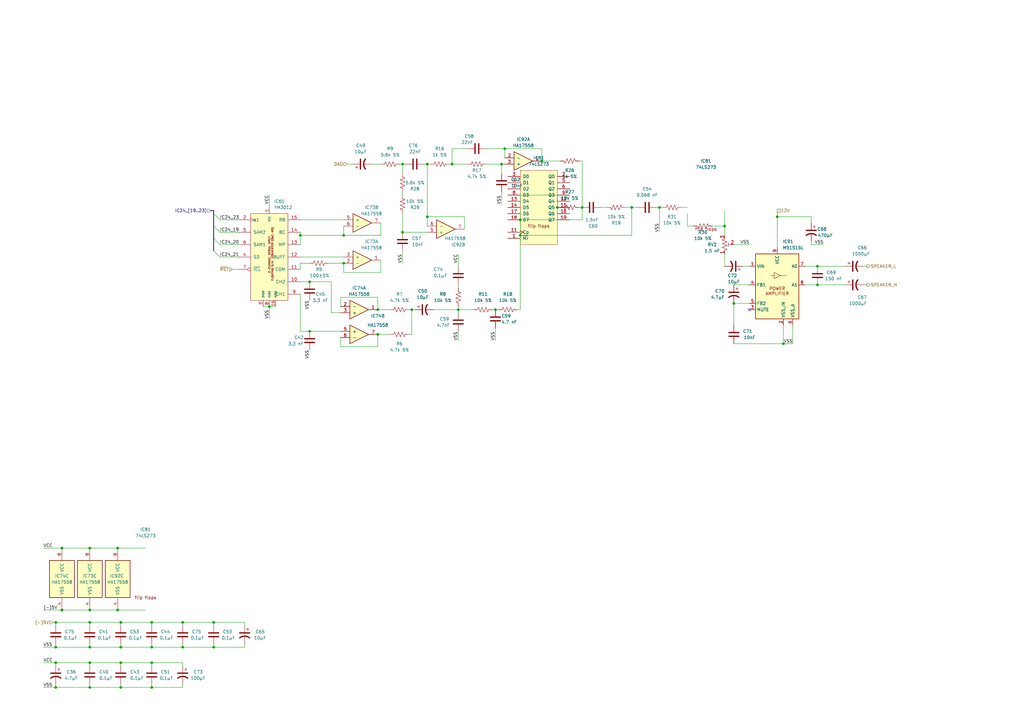
<source format=kicad_sch>
(kicad_sch (version 20231120) (generator "eeschema") (generator_version "8.0")
  (paper "A3")
  (lib_symbols
    (symbol "Device:C" (pin_numbers hide) (pin_names (offset 0.254))
      (property "Reference" "C" (at 0.635 2.54 0))
      (property "Value" "C" (at 0.635 -2.54 0))
      (symbol "C_0_1"
        (polyline (pts (xy -2.032 -0.762) (xy 2.032 -0.762)) (stroke (width 0.508)))
        (polyline (pts (xy -2.032 0.762) (xy 2.032 0.762)) (stroke (width 0.508)))
      )
      (symbol "C_1_1"
        (pin passive line (at 0 3.81 270) (length 2.794) (name "~") (number "1"))
        (pin passive line (at 0 -3.81 90) (length 2.794) (name "~") (number "2"))
      )
    )
    (symbol "Device:C_Polarized_US" (pin_numbers hide) (pin_names (offset 0.254) hide)
      (property "Reference" "C" (at 0.635 2.54 0))
      (property "Value" "C_Polarized_US" (at 0.635 -2.54 0))
      (symbol "C_Polarized_US_0_1"
        (polyline (pts (xy -2.032 0.762) (xy 2.032 0.762)) (stroke (width 0.508)))
        (polyline (pts (xy -1.778 2.286) (xy -0.762 2.286)))
        (polyline (pts (xy -1.27 1.778) (xy -1.27 2.794)))
        (arc (start 2.032 -1.27) (mid 0 -0.5572) (end -2.032 -1.27) (stroke (width 0.508)))
      )
      (symbol "C_Polarized_US_1_1"
        (pin passive line (at 0 3.81 270) (length 2.794) (name "~") (number "1"))
        (pin passive line (at 0 -3.81 90) (length 3.302) (name "~") (number "2"))
      )
    )
    (symbol "Device:R_Potentiometer_Trim_US" (pin_names (offset 1.016) hide)
      (property "Reference" "RV" (at -4.445 0 90))
      (property "Value" "R_Potentiometer_Trim_US" (at -2.54 0 90))
      (symbol "R_Potentiometer_Trim_US_0_1"
        (polyline (pts (xy 0 -2.286) (xy 0 -2.54)))
        (polyline (pts (xy 0 2.286) (xy 0 2.54)))
        (polyline (pts (xy 1.524 0.762) (xy 1.524 -0.762)))
        (polyline (pts (xy 2.54 0) (xy 1.524 0)))
        (polyline (pts (xy 0 -0.762) (xy 1.016 -1.143) (xy 0 -1.524) (xy -1.016 -1.905) (xy 0 -2.286)))
        (polyline (pts (xy 0 0.762) (xy 1.016 0.381) (xy 0 0) (xy -1.016 -0.381) (xy 0 -0.762)))
        (polyline (pts (xy 0 2.286) (xy 1.016 1.905) (xy 0 1.524) (xy -1.016 1.143) (xy 0 0.762)))
      )
      (symbol "R_Potentiometer_Trim_US_1_1"
        (pin passive line (at 0 3.81 270) (length 1.27) (name "1") (number "1"))
        (pin passive line (at 3.81 0 180) (length 1.27) (name "2") (number "2"))
        (pin passive line (at 0 -3.81 90) (length 1.27) (name "3") (number "3"))
      )
    )
    (symbol "Device:R_US" (pin_numbers hide) (pin_names (offset 0))
      (property "Reference" "R" (at 2.54 0 90))
      (property "Value" "R_US" (at -2.54 0 90))
      (symbol "R_US_0_1"
        (polyline (pts (xy 0 -2.286) (xy 0 -2.54)))
        (polyline (pts (xy 0 2.286) (xy 0 2.54)))
        (polyline (pts (xy 0 -0.762) (xy 1.016 -1.143) (xy 0 -1.524) (xy -1.016 -1.905) (xy 0 -2.286)))
        (polyline (pts (xy 0 0.762) (xy 1.016 0.381) (xy 0 0) (xy -1.016 -0.381) (xy 0 -0.762)))
        (polyline (pts (xy 0 2.286) (xy 1.016 1.905) (xy 0 1.524) (xy -1.016 1.143) (xy 0 0.762)))
      )
      (symbol "R_US_1_1"
        (pin passive line (at 0 3.81 270) (length 1.27) (name "~") (number "1"))
        (pin passive line (at 0 -3.81 90) (length 1.27) (name "~") (number "2"))
      )
    )
    (symbol "HA17558_1" (pin_names (offset 1.016))
      (property "Reference" "IC81" (at 0 20.32 0))
      (property "Value" "74LS273" (at 0 17.78 0))
      (symbol "HA17558_1_0_0"
        (text "flip flops" (at 0 -7.62 0) (effects (font (size 1.27 1.27))))
      )
      (symbol "HA17558_1_1_0"
        (pin input line (at -12.7 -12.7 0) (length 5.08) (name "~{Mr}") (number "1"))
        (pin input clock (at -12.7 -10.16 0) (length 5.08) (name "Cp") (number "11"))
        (pin output line (at 12.7 2.54 180) (length 5.08) (name "Q4") (number "12"))
        (pin input line (at -12.7 2.54 0) (length 5.08) (name "D4") (number "13"))
        (pin input line (at -12.7 0 0) (length 5.08) (name "D5") (number "14"))
        (pin output line (at 12.7 0 180) (length 5.08) (name "Q5") (number "15"))
        (pin output line (at 12.7 -2.54 180) (length 5.08) (name "Q6") (number "16"))
        (pin input line (at -12.7 -2.54 0) (length 5.08) (name "D6") (number "17"))
        (pin input line (at -12.7 -5.08 0) (length 5.08) (name "D7") (number "18"))
        (pin output line (at 12.7 -5.08 180) (length 5.08) (name "Q7") (number "19"))
        (pin output line (at 12.7 12.7 180) (length 5.08) (name "Q0") (number "2"))
        (pin input line (at -12.7 12.7 0) (length 5.08) (name "D0") (number "3"))
        (pin input line (at -12.7 10.16 0) (length 5.08) (name "D1") (number "4"))
        (pin output line (at 12.7 10.16 180) (length 5.08) (name "Q1") (number "5"))
        (pin output line (at 12.7 7.62 180) (length 5.08) (name "Q2") (number "6"))
        (pin input line (at -12.7 7.62 0) (length 5.08) (name "D2") (number "7"))
        (pin input line (at -12.7 5.08 0) (length 5.08) (name "D3") (number "8"))
        (pin output line (at 12.7 5.08 180) (length 5.08) (name "Q3") (number "9"))
      )
      (symbol "HA17558_1_1_1"
        (rectangle (start -7.62 15.24) (end 7.62 -15.24) (stroke (width 0.127)) (fill (type background)))
      )
    )
    (symbol "HA17558_2" (pin_names (offset 1.016))
      (property "Reference" "IC81" (at 0 20.32 0))
      (property "Value" "74LS273" (at 0 17.78 0))
      (symbol "HA17558_2_0_0"
        (text "flip flops" (at 0 -7.62 0) (effects (font (size 1.27 1.27))))
      )
      (symbol "HA17558_2_1_0"
        (pin input line (at -12.7 -12.7 0) (length 5.08) (name "~{Mr}") (number "1"))
        (pin input clock (at -12.7 -10.16 0) (length 5.08) (name "Cp") (number "11"))
        (pin output line (at 12.7 2.54 180) (length 5.08) (name "Q4") (number "12"))
        (pin input line (at -12.7 2.54 0) (length 5.08) (name "D4") (number "13"))
        (pin input line (at -12.7 0 0) (length 5.08) (name "D5") (number "14"))
        (pin output line (at 12.7 0 180) (length 5.08) (name "Q5") (number "15"))
        (pin output line (at 12.7 -2.54 180) (length 5.08) (name "Q6") (number "16"))
        (pin input line (at -12.7 -2.54 0) (length 5.08) (name "D6") (number "17"))
        (pin input line (at -12.7 -5.08 0) (length 5.08) (name "D7") (number "18"))
        (pin output line (at 12.7 -5.08 180) (length 5.08) (name "Q7") (number "19"))
        (pin output line (at 12.7 12.7 180) (length 5.08) (name "Q0") (number "2"))
        (pin input line (at -12.7 12.7 0) (length 5.08) (name "D0") (number "3"))
        (pin input line (at -12.7 10.16 0) (length 5.08) (name "D1") (number "4"))
        (pin output line (at 12.7 10.16 180) (length 5.08) (name "Q1") (number "5"))
        (pin output line (at 12.7 7.62 180) (length 5.08) (name "Q2") (number "6"))
        (pin input line (at -12.7 7.62 0) (length 5.08) (name "D2") (number "7"))
        (pin input line (at -12.7 5.08 0) (length 5.08) (name "D3") (number "8"))
        (pin output line (at 12.7 5.08 180) (length 5.08) (name "Q3") (number "9"))
      )
      (symbol "HA17558_2_1_1"
        (rectangle (start -7.62 15.24) (end 7.62 -15.24) (stroke (width 0.127)) (fill (type background)))
      )
    )
    (symbol "HA17558_3" (pin_names (offset 1.016))
      (property "Reference" "IC81" (at 0 20.32 0))
      (property "Value" "74LS273" (at 0 17.78 0))
      (symbol "HA17558_3_0_0"
        (text "flip flops" (at 0 -7.62 0) (effects (font (size 1.27 1.27))))
      )
      (symbol "HA17558_3_1_0"
        (pin input line (at -12.7 -12.7 0) (length 5.08) (name "~{Mr}") (number "1"))
        (pin input clock (at -12.7 -10.16 0) (length 5.08) (name "Cp") (number "11"))
        (pin output line (at 12.7 2.54 180) (length 5.08) (name "Q4") (number "12"))
        (pin input line (at -12.7 2.54 0) (length 5.08) (name "D4") (number "13"))
        (pin input line (at -12.7 0 0) (length 5.08) (name "D5") (number "14"))
        (pin output line (at 12.7 0 180) (length 5.08) (name "Q5") (number "15"))
        (pin output line (at 12.7 -2.54 180) (length 5.08) (name "Q6") (number "16"))
        (pin input line (at -12.7 -2.54 0) (length 5.08) (name "D6") (number "17"))
        (pin input line (at -12.7 -5.08 0) (length 5.08) (name "D7") (number "18"))
        (pin output line (at 12.7 -5.08 180) (length 5.08) (name "Q7") (number "19"))
        (pin output line (at 12.7 12.7 180) (length 5.08) (name "Q0") (number "2"))
        (pin input line (at -12.7 12.7 0) (length 5.08) (name "D0") (number "3"))
        (pin input line (at -12.7 10.16 0) (length 5.08) (name "D1") (number "4"))
        (pin output line (at 12.7 10.16 180) (length 5.08) (name "Q1") (number "5"))
        (pin output line (at 12.7 7.62 180) (length 5.08) (name "Q2") (number "6"))
        (pin input line (at -12.7 7.62 0) (length 5.08) (name "D2") (number "7"))
        (pin input line (at -12.7 5.08 0) (length 5.08) (name "D3") (number "8"))
        (pin output line (at 12.7 5.08 180) (length 5.08) (name "Q3") (number "9"))
      )
      (symbol "HA17558_3_1_1"
        (rectangle (start -7.62 15.24) (end 7.62 -15.24) (stroke (width 0.127)) (fill (type background)))
      )
    )
    (symbol "M51516L_1"
      (property "Reference" "IC91" (at 2.1941 17.78 0))
      (property "Value" "M51516L" (at 2.1941 15.24 0))
      (symbol "M51516L_1_0_1"
        (rectangle (start -8.89 12.7) (end 8.89 -13.97) (stroke (width 0.254)) (fill (type background)))
        (polyline (pts (xy -2.54 3.81) (xy -1.27 3.81)))
        (polyline (pts (xy 3.81 3.81) (xy 1.27 3.81)))
        (polyline (pts (xy -1.27 5.08) (xy -1.27 2.54) (xy 1.27 3.81) (xy -1.27 5.08)))
      )
      (symbol "M51516L_1_1_1"
        (text "POWER\nAMPLIFIER" (at 0 -2.54 0) (effects (font (size 1.27 1.27))))
        (pin input line (at -11.43 7.62 0) (length 2.54) (name "VIN") (number "1"))
        (pin power_in line (at 2.54 -16.51 90) (length 2.54) (name "VSS_IN") (number "2"))
        (pin input line (at -11.43 -10.16 0) (length 2.54) (name "MUTE") (number "3"))
        (pin input line (at -11.43 0 0) (length 2.54) (name "FB1") (number "4"))
        (pin input line (at -11.43 -7.62 0) (length 2.54) (name "FB2") (number "5"))
        (pin power_in line (at 6.35 -16.51 90) (length 2.54) (name "VSS_A") (number "6"))
        (pin output line (at 11.43 7.62 180) (length 2.54) (name "A0") (number "7"))
        (pin output line (at 11.43 0 180) (length 2.54) (name "A1") (number "8"))
        (pin power_in line (at 0 15.24 270) (length 2.54) (name "VCC") (number "9"))
      )
    )
    (symbol "jt74:HA17558" (pin_names (offset 1.016))
      (property "Reference" "U" (at 5.334 12.192 0))
      (property "Value" "HA17558" (at 5.842 10.16 0))
      (symbol "HA17558_1_0"
        (polyline (pts (xy -3.81 3.81) (xy -3.81 -3.81) (xy 3.81 0) (xy -3.81 3.81)) (stroke (width 0.254)) (fill (type background)))
        (pin output line (at 7.62 0 180) (length 3.81) (name "~") (number "1"))
        (pin input line (at -7.62 1.27 0) (length 3.81) (name "-") (number "2"))
        (pin input line (at -7.62 -1.27 0) (length 3.81) (name "+") (number "3"))
      )
      (symbol "HA17558_2_0"
        (polyline (pts (xy -3.81 3.81) (xy -3.81 -3.81) (xy 3.81 0) (xy -3.81 3.81)) (stroke (width 0.254)) (fill (type background)))
        (pin input line (at -7.62 1.27 0) (length 3.81) (name "+") (number "5"))
        (pin input line (at -7.62 -1.27 0) (length 3.81) (name "-") (number "6"))
        (pin output line (at 7.62 0 180) (length 3.81) (name "~") (number "7"))
      )
      (symbol "HA17558_3_0"
        (pin power_in line (at 0 -12.7 90) (length 5.08) (name "VSS") (number "4"))
        (pin power_in line (at 0 12.7 270) (length 5.08) (name "VCC") (number "8"))
      )
      (symbol "HA17558_3_1"
        (rectangle (start -5.08 7.62) (end 5.08 -7.62) (stroke (width 0.254)) (fill (type background)))
      )
    )
    (symbol "yamaha:YM3012" (pin_names (offset 1.016))
      (property "Reference" "U" (at 3.175 17.78 0))
      (property "Value" "YM3012" (at -5.08 17.78 0))
      (symbol "YM3012_0_0"
        (text "2-CHANNEL SERIAL INPUT " (at 0 0 900) (effects (font (size 0.762 0.762))))
        (text "FLOATING D/A  CONVERTER (DAC-MS)" (at 1.27 0 900) (effects (font (size 0.762 0.762))))
      )
      (symbol "YM3012_0_1"
        (rectangle (start -7.62 16.51) (end 7.62 -19.05) (fill (type background)))
      )
      (symbol "YM3012_1_1"
        (pin power_in line (at 0 19.05 270) (length 2.54) (name "VCC") (number "1"))
        (pin output line (at 12.7 -11.43 180) (length 5.08) (name "CH2") (number "10"))
        (pin input line (at 12.7 -6.35 180) (length 5.08) (name "COM") (number "11"))
        (pin output line (at 12.7 -1.27 180) (length 5.08) (name "BUFF") (number "12"))
        (pin input line (at 12.7 3.81 180) (length 5.08) (name "MP") (number "13"))
        (pin input line (at 12.7 8.89 180) (length 5.08) (name "BC") (number "14"))
        (pin output line (at 12.7 13.97 180) (length 5.08) (name "RB") (number "15"))
        (pin power_in line (at 2.54 -21.59 90) (length 2.54) (name "AVSS") (number "16"))
        (pin input clock (at -12.7 13.97 0) (length 5.08) (name "ø1") (number "2"))
        (pin power_in line (at -2.54 -21.59 90) (length 2.54) (name "DVSS") (number "3"))
        (pin input line (at -12.7 -1.27 0) (length 5.08) (name "SD") (number "4"))
        (pin input line (at -12.7 8.89 0) (length 5.08) (name "SAM2") (number "5"))
        (pin input line (at -12.7 3.81 0) (length 5.08) (name "SAM1") (number "6"))
        (pin input inverted (at -12.7 -6.35 0) (length 5.08) (name "~{ICL}") (number "7"))
        (pin power_in line (at 0 -21.59 90) (length 2.54) (name "AVSS") (number "8"))
        (pin output line (at 12.7 -16.51 180) (length 5.08) (name "CH1") (number "9"))
      )
    )
  )
  (junction (at 213.36 90.17))
  (junction (at 49.53 265.43))
  (junction (at 127 135.89))
  (junction (at 48.26 224.79))
  (junction (at 36.83 281.94))
  (junction (at 110.49 125.73))
  (junction (at 22.86 271.78))
  (junction (at 140.97 96.52))
  (junction (at 207.01 60.96))
  (junction (at 175.26 67.31))
  (junction (at 25.4 224.79))
  (junction (at 22.86 255.27))
  (junction (at 335.28 109.22))
  (junction (at 74.93 265.43))
  (junction (at 203.2 127))
  (junction (at 49.53 255.27))
  (junction (at 270.51 85.09))
  (junction (at 36.83 271.78))
  (junction (at 238.76 85.09))
  (junction (at 62.23 255.27))
  (junction (at 300.99 124.46))
  (junction (at 22.86 281.94))
  (junction (at 123.19 96.52))
  (junction (at 36.83 224.79))
  (junction (at 175.26 88.9))
  (junction (at 222.25 66.04))
  (junction (at 48.26 250.19))
  (junction (at 154.94 127))
  (junction (at 205.74 67.31))
  (junction (at 321.31 140.97))
  (junction (at 62.23 265.43))
  (junction (at 127 115.57))
  (junction (at 62.23 271.78))
  (junction (at 154.94 137.16))
  (junction (at 187.96 127))
  (junction (at 335.28 116.84))
  (junction (at 168.91 127))
  (junction (at 87.63 255.27))
  (junction (at 36.83 250.19))
  (junction (at 213.36 96.52))
  (junction (at 49.53 281.94))
  (junction (at 36.83 255.27))
  (junction (at 228.6 85.09))
  (junction (at 25.4 250.19))
  (junction (at 165.1 95.25))
  (junction (at 318.77 88.9))
  (junction (at 74.93 255.27))
  (junction (at 36.83 265.43))
  (junction (at 185.42 67.31))
  (junction (at 87.63 265.43))
  (junction (at 165.1 67.31))
  (junction (at 259.08 85.09))
  (junction (at 22.86 265.43))
  (junction (at 297.18 92.71))
  (junction (at 62.23 281.94))
  (junction (at 49.53 271.78))
  (junction (at 140.97 107.95))
  (no_connect (at 307.34 127))
  (bus_entry (at 87.63 92.71) (size 2.54 2.54))
  (bus_entry (at 87.63 97.79) (size 2.54 2.54))
  (bus_entry (at 87.63 87.63) (size 2.54 2.54))
  (bus_entry (at 87.63 102.87) (size 2.54 2.54))
  (wire (pts (xy 123.19 120.65) (xy 123.19 135.89)))
  (wire (pts (xy 123.19 96.52) (xy 140.97 96.52)))
  (wire (pts (xy 90.17 90.17) (xy 97.79 90.17)))
  (wire (pts (xy 167.64 137.16) (xy 168.91 137.16)))
  (bus (pts (xy 87.63 97.79) (xy 87.63 92.71)))
  (wire (pts (xy 175.26 92.71) (xy 175.26 88.9)))
  (wire (pts (xy 238.76 85.09) (xy 238.76 90.17)))
  (wire (pts (xy 297.18 104.14) (xy 297.18 109.22)))
  (wire (pts (xy 213.36 96.52) (xy 213.36 127)))
  (wire (pts (xy 90.17 105.41) (xy 97.79 105.41)))
  (wire (pts (xy 62.23 256.54) (xy 62.23 255.27)))
  (wire (pts (xy 139.7 135.89) (xy 127 135.89)))
  (wire (pts (xy 36.83 273.05) (xy 36.83 271.78)))
  (wire (pts (xy 156.21 106.68) (xy 156.21 111.76)))
  (wire (pts (xy 21.59 255.27) (xy 22.86 255.27)))
  (wire (pts (xy 190.5 88.9) (xy 190.5 93.98)))
  (wire (pts (xy 187.96 109.22) (xy 187.96 104.14)))
  (wire (pts (xy 321.31 140.97) (xy 300.99 140.97)))
  (wire (pts (xy 36.83 255.27) (xy 49.53 255.27)))
  (wire (pts (xy 154.94 121.92) (xy 154.94 127)))
  (wire (pts (xy 297.18 92.71) (xy 297.18 96.52)))
  (wire (pts (xy 17.78 265.43) (xy 22.86 265.43)))
  (wire (pts (xy 300.99 116.84) (xy 307.34 116.84)))
  (wire (pts (xy 49.53 271.78) (xy 36.83 271.78)))
  (wire (pts (xy 259.08 85.09) (xy 256.54 85.09)))
  (wire (pts (xy 36.83 265.43) (xy 49.53 265.43)))
  (wire (pts (xy 74.93 273.05) (xy 74.93 271.78)))
  (wire (pts (xy 165.1 67.31) (xy 166.37 67.31)))
  (wire (pts (xy 261.62 85.09) (xy 259.08 85.09)))
  (wire (pts (xy 22.86 255.27) (xy 22.86 256.54)))
  (wire (pts (xy 332.74 100.33) (xy 332.74 99.06)))
  (bus (pts (xy 86.36 86.36) (xy 87.63 86.36)))
  (wire (pts (xy 213.36 83.82) (xy 213.36 80.01)))
  (wire (pts (xy 139.7 138.43) (xy 139.7 142.24)))
  (wire (pts (xy 36.83 281.94) (xy 36.83 280.67)))
  (wire (pts (xy 62.23 280.67) (xy 62.23 281.94)))
  (wire (pts (xy 74.93 265.43) (xy 74.93 264.16)))
  (wire (pts (xy 332.74 91.44) (xy 332.74 88.9)))
  (wire (pts (xy 87.63 265.43) (xy 100.33 265.43)))
  (wire (pts (xy 139.7 125.73) (xy 139.7 121.92)))
  (wire (pts (xy 165.1 78.74) (xy 165.1 80.01)))
  (wire (pts (xy 59.69 224.79) (xy 48.26 224.79)))
  (wire (pts (xy 140.97 96.52) (xy 156.21 96.52)))
  (wire (pts (xy 22.86 264.16) (xy 22.86 265.43)))
  (wire (pts (xy 203.2 127) (xy 201.93 127)))
  (wire (pts (xy 49.53 265.43) (xy 49.53 264.16)))
  (wire (pts (xy 22.86 265.43) (xy 36.83 265.43)))
  (wire (pts (xy 165.1 87.63) (xy 165.1 95.25)))
  (wire (pts (xy 154.94 142.24) (xy 154.94 137.16)))
  (wire (pts (xy 204.47 127) (xy 203.2 127)))
  (wire (pts (xy 36.83 255.27) (xy 36.83 256.54)))
  (wire (pts (xy 330.2 116.84) (xy 335.28 116.84)))
  (wire (pts (xy 74.93 256.54) (xy 74.93 255.27)))
  (wire (pts (xy 185.42 60.96) (xy 185.42 67.31)))
  (wire (pts (xy 110.49 125.73) (xy 107.95 125.73)))
  (wire (pts (xy 25.4 250.19) (xy 17.78 250.19)))
  (wire (pts (xy 222.25 66.04) (xy 229.87 66.04)))
  (wire (pts (xy 123.19 107.95) (xy 127 107.95)))
  (wire (pts (xy 135.89 128.27) (xy 135.89 115.57)))
  (wire (pts (xy 87.63 256.54) (xy 87.63 255.27)))
  (wire (pts (xy 207.01 64.77) (xy 207.01 60.96)))
  (wire (pts (xy 259.08 96.52) (xy 213.36 96.52)))
  (wire (pts (xy 165.1 107.95) (xy 165.1 102.87)))
  (wire (pts (xy 184.15 67.31) (xy 185.42 67.31)))
  (wire (pts (xy 281.94 87.63) (xy 281.94 92.71)))
  (wire (pts (xy 354.33 116.84) (xy 355.6 116.84)))
  (wire (pts (xy 59.69 250.19) (xy 48.26 250.19)))
  (wire (pts (xy 168.91 127) (xy 167.64 127)))
  (wire (pts (xy 100.33 256.54) (xy 100.33 255.27)))
  (wire (pts (xy 185.42 60.96) (xy 191.77 60.96)))
  (bus (pts (xy 87.63 87.63) (xy 87.63 86.36)))
  (wire (pts (xy 49.53 273.05) (xy 49.53 271.78)))
  (wire (pts (xy 175.26 67.31) (xy 176.53 67.31)))
  (wire (pts (xy 168.91 127) (xy 170.18 127)))
  (wire (pts (xy 237.49 85.09) (xy 238.76 85.09)))
  (wire (pts (xy 187.96 125.73) (xy 187.96 127)))
  (wire (pts (xy 123.19 95.25) (xy 123.19 96.52)))
  (wire (pts (xy 22.86 281.94) (xy 22.86 280.67)))
  (wire (pts (xy 62.23 271.78) (xy 74.93 271.78)))
  (wire (pts (xy 36.83 264.16) (xy 36.83 265.43)))
  (wire (pts (xy 335.28 116.84) (xy 346.71 116.84)))
  (wire (pts (xy 87.63 265.43) (xy 87.63 264.16)))
  (wire (pts (xy 165.1 95.25) (xy 175.26 95.25)))
  (wire (pts (xy 134.62 107.95) (xy 140.97 107.95)))
  (wire (pts (xy 337.82 100.33) (xy 332.74 100.33)))
  (wire (pts (xy 228.6 80.01) (xy 228.6 85.09)))
  (wire (pts (xy 168.91 137.16) (xy 168.91 127)))
  (wire (pts (xy 36.83 271.78) (xy 22.86 271.78)))
  (wire (pts (xy 259.08 85.09) (xy 259.08 96.52)))
  (wire (pts (xy 318.77 88.9) (xy 318.77 101.6)))
  (wire (pts (xy 271.78 85.09) (xy 270.51 85.09)))
  (wire (pts (xy 304.8 109.22) (xy 307.34 109.22)))
  (wire (pts (xy 123.19 107.95) (xy 123.19 110.49)))
  (wire (pts (xy 207.01 60.96) (xy 222.25 60.96)))
  (wire (pts (xy 123.19 115.57) (xy 127 115.57)))
  (wire (pts (xy 163.83 67.31) (xy 165.1 67.31)))
  (wire (pts (xy 203.2 139.7) (xy 203.2 134.62)))
  (wire (pts (xy 297.18 92.71) (xy 297.18 86.36)))
  (wire (pts (xy 185.42 67.31) (xy 191.77 67.31)))
  (wire (pts (xy 300.99 124.46) (xy 307.34 124.46)))
  (wire (pts (xy 90.17 100.33) (xy 97.79 100.33)))
  (wire (pts (xy 156.21 96.52) (xy 156.21 91.44)))
  (wire (pts (xy 238.76 90.17) (xy 213.36 90.17)))
  (wire (pts (xy 156.21 111.76) (xy 140.97 111.76)))
  (wire (pts (xy 346.71 109.22) (xy 335.28 109.22)))
  (wire (pts (xy 49.53 280.67) (xy 49.53 281.94)))
  (wire (pts (xy 354.33 109.22) (xy 355.6 109.22)))
  (wire (pts (xy 127 115.57) (xy 135.89 115.57)))
  (wire (pts (xy 49.53 255.27) (xy 62.23 255.27)))
  (wire (pts (xy 139.7 128.27) (xy 135.89 128.27)))
  (wire (pts (xy 248.92 85.09) (xy 246.38 85.09)))
  (wire (pts (xy 62.23 265.43) (xy 62.23 264.16)))
  (wire (pts (xy 205.74 67.31) (xy 207.01 67.31)))
  (wire (pts (xy 318.77 88.9) (xy 332.74 88.9)))
  (wire (pts (xy 123.19 135.89) (xy 127 135.89)))
  (wire (pts (xy 22.86 271.78) (xy 22.86 273.05)))
  (wire (pts (xy 292.1 92.71) (xy 297.18 92.71)))
  (wire (pts (xy 321.31 140.97) (xy 325.12 140.97)))
  (wire (pts (xy 123.19 96.52) (xy 123.19 100.33)))
  (wire (pts (xy 100.33 265.43) (xy 100.33 264.16)))
  (wire (pts (xy 228.6 85.09) (xy 229.87 85.09)))
  (wire (pts (xy 110.49 130.81) (xy 110.49 125.73)))
  (wire (pts (xy 165.1 67.31) (xy 165.1 71.12)))
  (wire (pts (xy 22.86 281.94) (xy 36.83 281.94)))
  (wire (pts (xy 270.51 85.09) (xy 270.51 95.25)))
  (wire (pts (xy 139.7 121.92) (xy 154.94 121.92)))
  (wire (pts (xy 154.94 127) (xy 160.02 127)))
  (wire (pts (xy 187.96 139.7) (xy 187.96 135.89)))
  (wire (pts (xy 95.25 110.49) (xy 97.79 110.49)))
  (wire (pts (xy 74.93 281.94) (xy 74.93 280.67)))
  (wire (pts (xy 222.25 60.96) (xy 222.25 66.04)))
  (wire (pts (xy 110.49 125.73) (xy 113.03 125.73)))
  (wire (pts (xy 49.53 271.78) (xy 62.23 271.78)))
  (wire (pts (xy 36.83 281.94) (xy 49.53 281.94)))
  (wire (pts (xy 154.94 137.16) (xy 160.02 137.16)))
  (wire (pts (xy 49.53 265.43) (xy 62.23 265.43)))
  (wire (pts (xy 48.26 224.79) (xy 36.83 224.79)))
  (wire (pts (xy 199.39 60.96) (xy 207.01 60.96)))
  (wire (pts (xy 281.94 92.71) (xy 284.48 92.71)))
  (wire (pts (xy 74.93 255.27) (xy 87.63 255.27)))
  (wire (pts (xy 144.78 67.31) (xy 142.24 67.31)))
  (wire (pts (xy 49.53 281.94) (xy 62.23 281.94)))
  (wire (pts (xy 199.39 67.31) (xy 205.74 67.31)))
  (wire (pts (xy 213.36 80.01) (xy 228.6 80.01)))
  (wire (pts (xy 205.74 83.82) (xy 205.74 78.74)))
  (wire (pts (xy 140.97 92.71) (xy 140.97 96.52)))
  (wire (pts (xy 187.96 116.84) (xy 187.96 118.11)))
  (wire (pts (xy 281.94 85.09) (xy 279.4 85.09)))
  (wire (pts (xy 238.76 66.04) (xy 238.76 85.09)))
  (wire (pts (xy 87.63 255.27) (xy 100.33 255.27)))
  (wire (pts (xy 17.78 271.78) (xy 22.86 271.78)))
  (wire (pts (xy 152.4 67.31) (xy 156.21 67.31)))
  (wire (pts (xy 212.09 127) (xy 213.36 127)))
  (wire (pts (xy 213.36 90.17) (xy 213.36 96.52)))
  (wire (pts (xy 140.97 107.95) (xy 140.97 111.76)))
  (wire (pts (xy 330.2 109.22) (xy 335.28 109.22)))
  (wire (pts (xy 325.12 133.35) (xy 325.12 140.97)))
  (wire (pts (xy 62.23 255.27) (xy 74.93 255.27)))
  (wire (pts (xy 36.83 250.19) (xy 25.4 250.19)))
  (wire (pts (xy 205.74 67.31) (xy 205.74 71.12)))
  (wire (pts (xy 187.96 127) (xy 194.31 127)))
  (wire (pts (xy 238.76 66.04) (xy 237.49 66.04)))
  (wire (pts (xy 74.93 265.43) (xy 87.63 265.43)))
  (bus (pts (xy 87.63 92.71) (xy 87.63 87.63)))
  (wire (pts (xy 62.23 281.94) (xy 74.93 281.94)))
  (wire (pts (xy 123.19 90.17) (xy 140.97 90.17)))
  (wire (pts (xy 49.53 256.54) (xy 49.53 255.27)))
  (wire (pts (xy 177.8 127) (xy 187.96 127)))
  (wire (pts (xy 62.23 273.05) (xy 62.23 271.78)))
  (wire (pts (xy 123.19 105.41) (xy 140.97 105.41)))
  (wire (pts (xy 300.99 124.46) (xy 300.99 133.35)))
  (wire (pts (xy 62.23 265.43) (xy 74.93 265.43)))
  (wire (pts (xy 36.83 224.79) (xy 25.4 224.79)))
  (wire (pts (xy 175.26 67.31) (xy 175.26 88.9)))
  (wire (pts (xy 173.99 67.31) (xy 175.26 67.31)))
  (wire (pts (xy 318.77 86.36) (xy 318.77 88.9)))
  (wire (pts (xy 25.4 224.79) (xy 17.78 224.79)))
  (wire (pts (xy 17.78 281.94) (xy 22.86 281.94)))
  (wire (pts (xy 139.7 142.24) (xy 154.94 142.24)))
  (bus (pts (xy 87.63 102.87) (xy 87.63 97.79)))
  (wire (pts (xy 48.26 250.19) (xy 36.83 250.19)))
  (wire (pts (xy 270.51 85.09) (xy 269.24 85.09)))
  (wire (pts (xy 321.31 133.35) (xy 321.31 140.97)))
  (wire (pts (xy 187.96 128.27) (xy 187.96 127)))
  (wire (pts (xy 22.86 255.27) (xy 36.83 255.27)))
  (wire (pts (xy 110.49 85.09) (xy 110.49 80.01)))
  (wire (pts (xy 300.99 100.33) (xy 307.34 100.33)))
  (wire (pts (xy 175.26 88.9) (xy 190.5 88.9)))
  (wire (pts (xy 90.17 95.25) (xy 97.79 95.25)))
  (wire (pts (xy 213.36 86.36) (xy 213.36 90.17)))
  (label "VCC" (at 110.49 80.01 270))
  (label "VCC" (at 187.96 104.14 270))
  (label "VSS" (at 127 143.51 270))
  (label "VSS" (at 165.1 107.95 90))
  (label "VSS" (at 325.12 140.97 180))
  (label "VSS" (at 307.34 100.33 180))
  (label "(-)5V" (at 17.78 250.19 0))
  (label "VSS" (at 337.82 100.33 180))
  (label "VCC" (at 17.78 224.79 0))
  (label "IC24_19" (at 90.17 95.25 0))
  (label "IC24_23" (at 90.17 90.17 0))
  (label "IC24_20" (at 90.17 100.33 0))
  (label "VSS" (at 17.78 265.43 0))
  (label "VSS" (at 127 123.19 270))
  (label "VSS" (at 17.78 281.94 0))
  (label "VSS" (at 203.2 139.7 90))
  (label "VSS" (at 270.51 95.25 90))
  (label "VSS" (at 187.96 139.7 90))
  (label "VCC" (at 17.78 271.78 0))
  (label "VSS" (at 205.74 83.82 90))
  (label "VSS" (at 110.49 130.81 90))
  (label "IC24_21" (at 90.17 105.41 0))
  (hierarchical_label "DAO" (shape input) (at 142.24 67.31 180))
  (hierarchical_label "12V" (shape passive) (at 318.77 86.36 0))
  (hierarchical_label "SPEAKER_L" (shape output) (at 355.6 109.22 0))
  (hierarchical_label "~{RST}" (shape input) (at 95.25 110.49 180))
  (hierarchical_label "IC24_[19..23]" (shape input) (at 86.36 86.36 180))
  (hierarchical_label "SPEAKER_H" (shape output) (at 355.6 116.84 0))
  (hierarchical_label "(-)5V" (shape input) (at 21.59 255.27 180))
  (symbol (lib_id "Device:C") (at 49.53 276.86 0) (unit 1)
    (property "Reference" "C43" (at 53.34 275.59 0) (effects (justify left)))
    (property "Value" "0.1μF" (at 53.34 278.13 0) (effects (justify left)))
  )
  (symbol (lib_id "jt74:HA17558") (at 182.88 93.98 0) (mirror x) (unit 2)
    (property "Reference" "IC92" (at 187.96 100.33 0))
    (property "Value" "HA17558" (at 186.69 97.79 0))
    (property "Datasheet" "https://www.alldatasheet.com/html-pdf/694689/LINER/LM308A_15/152/1/LM308A_15.html" (effects (hide yes)))
    (property "Description" "Operational Amplifier" (effects (hide yes)))
  )
  (symbol (lib_id "Device:R_Potentiometer_Trim_US") (at 297.18 100.33 0) (mirror x) (unit 1)
    (property "Reference" "RV2" (at 292.1 100.33 0))
    (property "Value" "1.5 nF" (at 292.1 102.87 0))
    (property "Description" "Trim-potentiometer, US symbol" (effects (hide yes)))
  )
  (symbol (lib_id "Device:C") (at 36.83 276.86 0) (unit 1)
    (property "Reference" "C40" (at 40.64 275.59 0) (effects (justify left)))
    (property "Value" "0.1μF" (at 40.64 278.13 0) (effects (justify left)))
  )
  (symbol (lib_id "Device:C_Polarized_US") (at 74.93 276.86 0) (mirror y) (unit 1)
    (property "Reference" "C73" (at 81.28 275.59 0))
    (property "Value" "100μF" (at 81.28 278.13 0))
    (property "Description" "Polarized capacitor, US symbol" (effects (hide yes)))
  )
  (symbol (lib_id "Device:C") (at 195.58 60.96 270) (mirror x) (unit 1)
    (property "Reference" "C58" (at 190.5 55.88 90) (effects (justify left)))
    (property "Value" "22nF" (at 189.23 58.42 90) (effects (justify left)))
  )
  (symbol (lib_id "Device:R_US") (at 195.58 67.31 270) (unit 1)
    (property "Reference" "R17" (at 195.58 69.85 90))
    (property "Value" "4.7k 5%" (at 195.58 72.39 90))
    (property "Description" "Resistor, US symbol" (effects (hide yes)))
  )
  (symbol (lib_id "Device:C_Polarized_US") (at 350.52 116.84 90) (mirror x) (unit 1)
    (property "Reference" "C67" (at 355.6 121.92 90) (effects (justify left)))
    (property "Value" "1000μF" (at 355.6 124.46 90) (effects (justify left)))
    (property "Description" "Polarized capacitor, US symbol" (effects (hide yes)))
  )
  (symbol (lib_id "Device:C") (at 62.23 276.86 0) (mirror y) (unit 1)
    (property "Reference" "C51" (at 69.85 275.59 0) (effects (justify left)))
    (property "Value" "0.1μF" (at 71.12 278.13 0) (effects (justify left)))
  )
  (symbol (lib_id "Device:R_US") (at 275.59 85.09 90) (unit 1)
    (property "Reference" "R31" (at 275.59 88.9 90))
    (property "Value" "10k 5%" (at 275.59 91.44 90))
    (property "Description" "Resistor, US symbol" (effects (hide yes)))
  )
  (symbol (lib_id "Device:C_Polarized_US") (at 100.33 260.35 0) (mirror y) (unit 1)
    (property "Reference" "C65" (at 106.68 259.08 0))
    (property "Value" "10μF" (at 106.68 261.62 0))
    (property "Description" "Polarized capacitor, US symbol" (effects (hide yes)))
  )
  (symbol (lib_id "Device:R_US") (at 180.34 67.31 270) (unit 1)
    (property "Reference" "R16" (at 180.34 60.96 90))
    (property "Value" "1k 5%" (at 180.34 63.5 90))
    (property "Description" "Resistor, US symbol" (effects (hide yes)))
  )
  (symbol (lib_id "Device:C") (at 22.86 260.35 0) (mirror y) (unit 1)
    (property "Reference" "C75" (at 30.48 259.08 0) (effects (justify left)))
    (property "Value" "0.1μF" (at 31.75 261.62 0) (effects (justify left)))
  )
  (symbol (lib_id "Device:C_Polarized_US") (at 332.74 95.25 0) (mirror y) (unit 1)
    (property "Reference" "C68" (at 339.09 93.98 0) (effects (justify left)))
    (property "Value" "470μF" (at 341.63 96.52 0) (effects (justify left)))
    (property "Description" "Polarized capacitor, US symbol" (effects (hide yes)))
  )
  (symbol (lib_id "Device:R_US") (at 130.81 107.95 90) (unit 1)
    (property "Reference" "R5" (at 129.54 110.49 90) (effects (justify right)))
    (property "Value" "100±5%" (at 127 113.03 90) (effects (justify right)))
  )
  (symbol (lib_id "Device:C") (at 242.57 85.09 270) (mirror x) (unit 1)
    (property "Reference" "C60" (at 241.3 92.71 90) (effects (justify left)))
    (property "Value" "1.5nF" (at 240.03 90.17 90) (effects (justify left)))
  )
  (symbol (lib_id "Device:C") (at 87.63 260.35 0) (mirror y) (unit 1)
    (property "Reference" "C53" (at 95.25 259.08 0) (effects (justify left)))
    (property "Value" "0.1μF" (at 96.52 261.62 0) (effects (justify left)))
  )
  (symbol (lib_id "Device:C") (at 187.96 113.03 0) (mirror x) (unit 1)
    (property "Reference" "C74" (at 177.8 110.49 0) (effects (justify left)))
    (property "Value" "0.1μF" (at 177.8 113.03 0) (effects (justify left)))
  )
  (symbol (lib_name "HA17558_2") (lib_id "jt74:HA17558") (at 289.56 86.36 0) (unit 2)
    (property "Reference" "IC81" (at 289.56 66.04 0))
    (property "Value" "74LS273" (at 289.56 68.58 0))
    (property "Datasheet" "http://www.ti.com/lit/gpn/sn74LS273" (effects (hide yes)))
    (property "Description" "8-bit D Flip-Flop, reset" (effects (hide yes)))
  )
  (symbol (lib_id "Device:R_US") (at 187.96 121.92 0) (unit 1)
    (property "Reference" "R8" (at 181.61 120.65 0))
    (property "Value" "10k 5%" (at 181.61 123.19 0))
    (property "Description" "Resistor, US symbol" (effects (hide yes)))
  )
  (symbol (lib_id "jt74:HA17558") (at 25.4 237.49 0) (mirror y) (unit 3)
    (property "Reference" "IC74" (at 25.4 236.22 0))
    (property "Value" "HA17558" (at 25.4 238.76 0))
    (property "Datasheet" "https://www.alldatasheet.com/html-pdf/694689/LINER/LM308A_15/152/1/LM308A_15.html" (effects (hide yes)))
    (property "Description" "Operational Amplifier" (effects (hide yes)))
  )
  (symbol (lib_id "Device:R_US") (at 163.83 137.16 90) (unit 1)
    (property "Reference" "R6" (at 163.83 140.97 90))
    (property "Value" "4.7k 5%" (at 163.83 143.51 90))
    (property "Description" "Resistor, US symbol" (effects (hide yes)))
  )
  (symbol (lib_id "jt74:HA17558") (at 36.83 237.49 0) (mirror y) (unit 3)
    (property "Reference" "IC73" (at 36.83 236.22 0))
    (property "Value" "HA17558" (at 36.83 238.76 0))
    (property "Datasheet" "https://www.alldatasheet.com/html-pdf/694689/LINER/LM308A_15/152/1/LM308A_15.html" (effects (hide yes)))
    (property "Description" "Operational Amplifier" (effects (hide yes)))
  )
  (symbol (lib_id "Device:C_Polarized_US") (at 300.99 109.22 270) (mirror x) (unit 1)
    (property "Reference" "C72" (at 298.45 113.03 90) (effects (justify left)))
    (property "Value" "10μF" (at 298.45 115.57 90) (effects (justify left)))
    (property "Description" "Polarized capacitor, US symbol" (effects (hide yes)))
  )
  (symbol (lib_id "Device:R_US") (at 208.28 127 270) (unit 1)
    (property "Reference" "R18" (at 208.28 120.65 90))
    (property "Value" "10k 5%" (at 208.28 123.19 90))
    (property "Description" "Resistor, US symbol" (effects (hide yes)))
  )
  (symbol (lib_id "Device:C_Polarized_US") (at 350.52 109.22 90) (mirror x) (unit 1)
    (property "Reference" "C66" (at 355.6 101.6 90) (effects (justify left)))
    (property "Value" "1000μF" (at 356.87 104.14 90) (effects (justify left)))
    (property "Description" "Polarized capacitor, US symbol" (effects (hide yes)))
  )
  (symbol (lib_id "Device:R_US") (at 160.02 67.31 270) (unit 1)
    (property "Reference" "R9" (at 160.02 60.96 90))
    (property "Value" "5.6k 5%" (at 160.02 63.5 90))
    (property "Description" "Resistor, US symbol" (effects (hide yes)))
  )
  (symbol (lib_id "jt74:HA17558") (at 147.32 127 0) (unit 1)
    (property "Reference" "IC74" (at 147.32 118.11 0))
    (property "Value" "HA17558" (at 147.32 120.65 0))
    (property "Datasheet" "https://www.alldatasheet.com/html-pdf/694689/LINER/LM308A_15/152/1/LM308A_15.html" (effects (hide yes)))
    (property "Description" "Operational Amplifier" (effects (hide yes)))
  )
  (symbol (lib_id "Device:C") (at 170.18 67.31 90) (unit 1)
    (property "Reference" "C76" (at 171.45 59.69 90) (effects (justify left)))
    (property "Value" "22nF" (at 172.72 62.23 90) (effects (justify left)))
  )
  (symbol (lib_id "Device:C") (at 265.43 85.09 270) (mirror x) (unit 1)
    (property "Reference" "C54" (at 265.43 77.47 90))
    (property "Value" "0.068 nF" (at 265.43 80.01 90))
  )
  (symbol (lib_id "jt74:HA17558") (at 214.63 66.04 0) (unit 1)
    (property "Reference" "IC92" (at 214.63 57.15 0))
    (property "Value" "HA17558" (at 214.63 59.69 0))
    (property "Datasheet" "https://www.alldatasheet.com/html-pdf/694689/LINER/LM308A_15/152/1/LM308A_15.html" (effects (hide yes)))
    (property "Description" "Operational Amplifier" (effects (hide yes)))
  )
  (symbol (lib_id "Device:C") (at 205.74 74.93 0) (unit 1)
    (property "Reference" "C52" (at 209.55 73.66 0) (effects (justify left)))
    (property "Value" "10nF" (at 209.55 76.2 0) (effects (justify left)))
  )
  (symbol (lib_id "Device:C") (at 127 119.38 180) (unit 1)
    (property "Reference" "C45" (at 133.35 120.65 0) (effects (justify left)))
    (property "Value" "3.3 nF" (at 134.62 123.19 0) (effects (justify left)))
  )
  (symbol (lib_id "jt74:HA17558") (at 148.59 106.68 0) (mirror x) (unit 1)
    (property "Reference" "IC73" (at 152.4 99.06 0))
    (property "Value" "HA17558" (at 152.4 101.6 0))
    (property "Datasheet" "https://www.alldatasheet.com/html-pdf/694689/LINER/LM308A_15/152/1/LM308A_15.html" (effects (hide yes)))
    (property "Description" "Operational Amplifier" (effects (hide yes)))
  )
  (symbol (lib_id "Device:R_US") (at 288.29 92.71 270) (mirror x) (unit 1)
    (property "Reference" "R30" (at 288.29 95.25 90))
    (property "Value" "10k 5%" (at 288.29 97.79 90))
    (property "Description" "Resistor, US symbol" (effects (hide yes)))
  )
  (symbol (lib_name "HA17558_1") (lib_id "jt74:HA17558") (at 220.98 85.09 0) (unit 1)
    (property "Reference" "IC81" (at 220.98 64.77 0))
    (property "Value" "74LS273" (at 220.98 67.31 0))
    (property "Datasheet" "http://www.ti.com/lit/gpn/sn74LS273" (effects (hide yes)))
    (property "Description" "8-bit D Flip-Flop, reset" (effects (hide yes)))
  )
  (symbol (lib_id "Device:R_US") (at 252.73 85.09 270) (mirror x) (unit 1)
    (property "Reference" "R19" (at 252.73 91.44 90))
    (property "Value" "10k 5%" (at 252.73 88.9 90))
    (property "Description" "Resistor, US symbol" (effects (hide yes)))
  )
  (symbol (lib_id "Device:R_US") (at 163.83 127 270) (unit 1)
    (property "Reference" "R7" (at 163.83 120.65 90))
    (property "Value" "4.7k 5%" (at 163.83 123.19 90))
    (property "Description" "Resistor, US symbol" (effects (hide yes)))
  )
  (symbol (lib_id "Device:R_US") (at 198.12 127 270) (unit 1)
    (property "Reference" "R11" (at 198.12 120.65 90))
    (property "Value" "10k 5%" (at 198.12 123.19 90))
    (property "Description" "Resistor, US symbol" (effects (hide yes)))
  )
  (symbol (lib_id "Device:C") (at 203.2 130.81 0) (mirror y) (unit 1)
    (property "Reference" "C59" (at 209.55 129.54 0) (effects (justify left)))
    (property "Value" "4.7 nF" (at 212.09 132.08 0) (effects (justify left)))
  )
  (symbol (lib_id "jt74:HA17558") (at 148.59 91.44 0) (unit 2)
    (property "Reference" "IC73" (at 152.4 85.09 0))
    (property "Value" "HA17558" (at 152.4 87.63 0))
    (property "Datasheet" "https://www.alldatasheet.com/html-pdf/694689/LINER/LM308A_15/152/1/LM308A_15.html" (effects (hide yes)))
    (property "Description" "Operational Amplifier" (effects (hide yes)))
  )
  (symbol (lib_id "Device:C") (at 62.23 260.35 0) (mirror y) (unit 1)
    (property "Reference" "C44" (at 69.85 259.08 0) (effects (justify left)))
    (property "Value" "0.1μF" (at 71.12 261.62 0) (effects (justify left)))
  )
  (symbol (lib_id "Device:C") (at 74.93 260.35 0) (mirror y) (unit 1)
    (property "Reference" "C75" (at 82.55 259.08 0) (effects (justify left)))
    (property "Value" "0.1μF" (at 83.82 261.62 0) (effects (justify left)))
  )
  (symbol (lib_id "Device:C") (at 165.1 99.06 0) (unit 1)
    (property "Reference" "C57" (at 168.91 97.79 0) (effects (justify left)))
    (property "Value" "10nF" (at 168.91 100.33 0) (effects (justify left)))
  )
  (symbol (lib_id "Device:R_US") (at 233.68 66.04 270) (mirror x) (unit 1)
    (property "Reference" "R26" (at 233.68 69.85 90))
    (property "Value" "1k 5%" (at 233.68 72.39 90))
    (property "Description" "Resistor, US symbol" (effects (hide yes)))
  )
  (symbol (lib_id "yamaha:YM3012") (at 110.49 104.14 0) (unit 1)
    (property "Reference" "IC61" (at 112.3349 82.55 0) (effects (justify left)))
    (property "Value" "YM3012" (at 112.3349 85.09 0) (effects (justify left)))
    (property "Datasheet" "https://retrocdn.net/images/d/da/YM3012_datasheet.pdf" (effects (hide yes)))
  )
  (symbol (lib_id "Device:C") (at 300.99 137.16 180) (unit 1)
    (property "Reference" "C71" (at 308.61 135.89 0) (effects (justify left)))
    (property "Value" "10nF" (at 309.88 138.43 0) (effects (justify left)))
  )
  (symbol (lib_id "Device:C_Polarized_US") (at 148.59 67.31 90) (unit 1)
    (property "Reference" "C49" (at 147.955 59.69 90))
    (property "Value" "10μF" (at 147.955 62.23 90))
    (property "Description" "Polarized capacitor, US symbol" (effects (hide yes)))
  )
  (symbol (lib_id "Device:C") (at 49.53 260.35 0) (mirror y) (unit 1)
    (property "Reference" "C53" (at 57.15 259.08 0) (effects (justify left)))
    (property "Value" "0.1μF" (at 58.42 261.62 0) (effects (justify left)))
  )
  (symbol (lib_id "jt74:HA17558") (at 48.26 237.49 0) (mirror y) (unit 3)
    (property "Reference" "IC92" (at 50.8 236.22 0) (effects (justify left)))
    (property "Value" "HA17558" (at 48.26 238.76 0))
    (property "Datasheet" "https://www.alldatasheet.com/html-pdf/694689/LINER/LM308A_15/152/1/LM308A_15.html" (effects (hide yes)))
    (property "Description" "Operational Amplifier" (effects (hide yes)))
  )
  (symbol (lib_id "Device:C_Polarized_US") (at 300.99 120.65 0) (mirror y) (unit 1)
    (property "Reference" "C70" (at 297.18 119.38 0) (effects (justify left)))
    (property "Value" "4.7μF" (at 297.18 121.92 0) (effects (justify left)))
    (property "Description" "Polarized capacitor, US symbol" (effects (hide yes)))
  )
  (symbol (lib_id "Device:R_US") (at 165.1 74.93 180) (unit 1)
    (property "Reference" "R28" (at 170.18 77.47 0))
    (property "Value" "5.6k 5%" (at 170.18 74.93 0))
    (property "Description" "Resistor, US symbol" (effects (hide yes)))
  )
  (symbol (lib_id "Device:C_Polarized_US") (at 22.86 276.86 0) (mirror y) (unit 1)
    (property "Reference" "C36" (at 29.21 275.59 0))
    (property "Value" "4.7μF" (at 29.21 278.13 0))
    (property "Description" "Polarized capacitor, US symbol" (effects (hide yes)))
  )
  (symbol (lib_id "Device:C") (at 335.28 113.03 0) (mirror y) (unit 1)
    (property "Reference" "C69" (at 342.9 111.76 0) (effects (justify left)))
    (property "Value" "150 nF" (at 345.44 114.3 0) (effects (justify left)))
  )
  (symbol (lib_id "Device:C") (at 187.96 132.08 0) (unit 1)
    (property "Reference" "C59" (at 180.34 130.81 0) (effects (justify left)))
    (property "Value" "4.7nF" (at 179.07 133.35 0) (effects (justify left)))
  )
  (symbol (lib_name "M51516L_1") (lib_id "jt74:M51516L") (at 318.77 116.84 0) (unit 1)
    (property "Reference" "IC91" (at 320.9641 99.06 0) (effects (justify left)))
    (property "Value" "M51516L" (at 320.9641 101.6 0) (effects (justify left)))
    (property "Datasheet" "https://semiconductors.es/pdf-down/M/5/1/M51516L_ETC.pdf" (effects (hide yes)))
    (property "Description" "AF BTL Power Amplifier 12 W. 9~16V" (effects (hide yes)))
  )
  (symbol (lib_id "Device:R_US") (at 165.1 83.82 180) (unit 1)
    (property "Reference" "R29" (at 170.18 85.09 0))
    (property "Value" "10k 5%" (at 170.18 82.55 0))
    (property "Description" "Resistor, US symbol" (effects (hide yes)))
  )
  (symbol (lib_id "Device:C") (at 36.83 260.35 0) (mirror y) (unit 1)
    (property "Reference" "C41" (at 44.45 259.08 0) (effects (justify left)))
    (property "Value" "0.1μF" (at 45.72 261.62 0) (effects (justify left)))
  )
  (symbol (lib_id "Device:R_US") (at 233.68 85.09 270) (mirror x) (unit 1)
    (property "Reference" "R27" (at 233.68 78.74 90))
    (property "Value" "10k 5%" (at 233.68 81.28 90))
    (property "Description" "Resistor, US symbol" (effects (hide yes)))
  )
  (symbol (lib_id "Device:C_Polarized_US") (at 173.99 127 90) (mirror x) (unit 1)
    (property "Reference" "C50" (at 173.355 119.38 90))
    (property "Value" "10μF" (at 173.355 121.92 90))
    (property "Description" "Polarized capacitor, US symbol" (effects (hide yes)))
  )
  (symbol (lib_name "HA17558_3") (lib_id "jt74:HA17558") (at 59.69 237.49 0) (mirror y) (unit 3)
    (property "Reference" "IC81" (at 59.69 217.17 0))
    (property "Value" "74LS273" (at 59.69 219.71 0))
    (property "Datasheet" "http://www.ti.com/lit/gpn/sn74LS273" (effects (hide yes)))
    (property "Description" "8-bit D Flip-Flop, reset" (effects (hide yes)))
  )
  (symbol (lib_id "jt74:HA17558") (at 147.32 137.16 0) (unit 2)
    (property "Reference" "IC74" (at 154.94 129.54 0))
    (property "Value" "HA17558" (at 154.94 133.35 0))
    (property "Datasheet" "https://www.alldatasheet.com/html-pdf/694689/LINER/LM308A_15/152/1/LM308A_15.html" (effects (hide yes)))
    (property "Description" "Operational Amplifier" (effects (hide yes)))
  )
  (symbol (lib_id "Device:C") (at 127 139.7 0) (mirror x) (unit 1)
    (property "Reference" "C42" (at 120.65 138.43 0) (effects (justify left)))
    (property "Value" "3.3 nF" (at 118.11 140.97 0) (effects (justify left)))
  )
)
</source>
